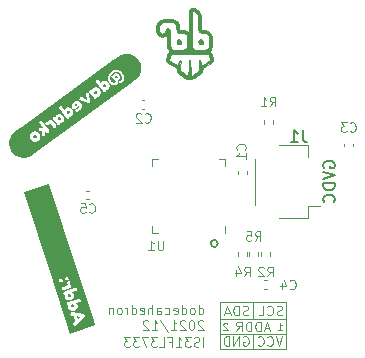
<source format=gbr>
%TF.GenerationSoftware,KiCad,Pcbnew,(5.1.9-0-10_14)*%
%TF.CreationDate,2021-12-14T09:11:42-05:00*%
%TF.ProjectId,dodecahedron_n4,646f6465-6361-4686-9564-726f6e5f6e34,rev?*%
%TF.SameCoordinates,Original*%
%TF.FileFunction,Legend,Bot*%
%TF.FilePolarity,Positive*%
%FSLAX46Y46*%
G04 Gerber Fmt 4.6, Leading zero omitted, Abs format (unit mm)*
G04 Created by KiCad (PCBNEW (5.1.9-0-10_14)) date 2021-12-14 09:11:42*
%MOMM*%
%LPD*%
G01*
G04 APERTURE LIST*
%ADD10C,0.120000*%
%ADD11C,0.100000*%
%ADD12C,0.150000*%
%ADD13C,0.010000*%
G04 APERTURE END LIST*
D10*
X85324533Y-63734904D02*
X85324533Y-62934904D01*
X84981676Y-63696809D02*
X84867390Y-63734904D01*
X84676914Y-63734904D01*
X84600723Y-63696809D01*
X84562628Y-63658714D01*
X84524533Y-63582523D01*
X84524533Y-63506333D01*
X84562628Y-63430142D01*
X84600723Y-63392047D01*
X84676914Y-63353952D01*
X84829295Y-63315857D01*
X84905485Y-63277761D01*
X84943580Y-63239666D01*
X84981676Y-63163476D01*
X84981676Y-63087285D01*
X84943580Y-63011095D01*
X84905485Y-62973000D01*
X84829295Y-62934904D01*
X84638819Y-62934904D01*
X84524533Y-62973000D01*
X84257866Y-62934904D02*
X83762628Y-62934904D01*
X84029295Y-63239666D01*
X83915009Y-63239666D01*
X83838819Y-63277761D01*
X83800723Y-63315857D01*
X83762628Y-63392047D01*
X83762628Y-63582523D01*
X83800723Y-63658714D01*
X83838819Y-63696809D01*
X83915009Y-63734904D01*
X84143580Y-63734904D01*
X84219771Y-63696809D01*
X84257866Y-63658714D01*
X83000723Y-63734904D02*
X83457866Y-63734904D01*
X83229295Y-63734904D02*
X83229295Y-62934904D01*
X83305485Y-63049190D01*
X83381676Y-63125380D01*
X83457866Y-63163476D01*
X82391200Y-63315857D02*
X82657866Y-63315857D01*
X82657866Y-63734904D02*
X82657866Y-62934904D01*
X82276914Y-62934904D01*
X81591200Y-63734904D02*
X81972152Y-63734904D01*
X81972152Y-62934904D01*
X81400723Y-62934904D02*
X80905485Y-62934904D01*
X81172152Y-63239666D01*
X81057866Y-63239666D01*
X80981676Y-63277761D01*
X80943580Y-63315857D01*
X80905485Y-63392047D01*
X80905485Y-63582523D01*
X80943580Y-63658714D01*
X80981676Y-63696809D01*
X81057866Y-63734904D01*
X81286438Y-63734904D01*
X81362628Y-63696809D01*
X81400723Y-63658714D01*
X80638819Y-62934904D02*
X80105485Y-62934904D01*
X80448342Y-63734904D01*
X79876914Y-62934904D02*
X79381676Y-62934904D01*
X79648342Y-63239666D01*
X79534057Y-63239666D01*
X79457866Y-63277761D01*
X79419771Y-63315857D01*
X79381676Y-63392047D01*
X79381676Y-63582523D01*
X79419771Y-63658714D01*
X79457866Y-63696809D01*
X79534057Y-63734904D01*
X79762628Y-63734904D01*
X79838819Y-63696809D01*
X79876914Y-63658714D01*
X79115009Y-62934904D02*
X78619771Y-62934904D01*
X78886438Y-63239666D01*
X78772152Y-63239666D01*
X78695961Y-63277761D01*
X78657866Y-63315857D01*
X78619771Y-63392047D01*
X78619771Y-63582523D01*
X78657866Y-63658714D01*
X78695961Y-63696809D01*
X78772152Y-63734904D01*
X79000723Y-63734904D01*
X79076914Y-63696809D01*
X79115009Y-63658714D01*
D11*
X87344228Y-61780771D02*
X87315657Y-61752200D01*
X87258514Y-61723628D01*
X87115657Y-61723628D01*
X87058514Y-61752200D01*
X87029942Y-61780771D01*
X87001371Y-61837914D01*
X87001371Y-61895057D01*
X87029942Y-61980771D01*
X87372800Y-62323628D01*
X87001371Y-62323628D01*
X91611471Y-62323628D02*
X91954328Y-62323628D01*
X91782900Y-62323628D02*
X91782900Y-61723628D01*
X91840042Y-61809342D01*
X91897185Y-61866485D01*
X91954328Y-61895057D01*
D10*
X84923166Y-60979404D02*
X84923166Y-60179404D01*
X84923166Y-60941309D02*
X84999357Y-60979404D01*
X85151738Y-60979404D01*
X85227928Y-60941309D01*
X85266023Y-60903214D01*
X85304119Y-60827023D01*
X85304119Y-60598452D01*
X85266023Y-60522261D01*
X85227928Y-60484166D01*
X85151738Y-60446071D01*
X84999357Y-60446071D01*
X84923166Y-60484166D01*
X84427928Y-60979404D02*
X84504119Y-60941309D01*
X84542214Y-60903214D01*
X84580309Y-60827023D01*
X84580309Y-60598452D01*
X84542214Y-60522261D01*
X84504119Y-60484166D01*
X84427928Y-60446071D01*
X84313642Y-60446071D01*
X84237452Y-60484166D01*
X84199357Y-60522261D01*
X84161261Y-60598452D01*
X84161261Y-60827023D01*
X84199357Y-60903214D01*
X84237452Y-60941309D01*
X84313642Y-60979404D01*
X84427928Y-60979404D01*
X83475547Y-60979404D02*
X83475547Y-60179404D01*
X83475547Y-60941309D02*
X83551738Y-60979404D01*
X83704119Y-60979404D01*
X83780309Y-60941309D01*
X83818404Y-60903214D01*
X83856500Y-60827023D01*
X83856500Y-60598452D01*
X83818404Y-60522261D01*
X83780309Y-60484166D01*
X83704119Y-60446071D01*
X83551738Y-60446071D01*
X83475547Y-60484166D01*
X82789833Y-60941309D02*
X82866023Y-60979404D01*
X83018404Y-60979404D01*
X83094595Y-60941309D01*
X83132690Y-60865119D01*
X83132690Y-60560357D01*
X83094595Y-60484166D01*
X83018404Y-60446071D01*
X82866023Y-60446071D01*
X82789833Y-60484166D01*
X82751738Y-60560357D01*
X82751738Y-60636547D01*
X83132690Y-60712738D01*
X82066023Y-60941309D02*
X82142214Y-60979404D01*
X82294595Y-60979404D01*
X82370785Y-60941309D01*
X82408880Y-60903214D01*
X82446976Y-60827023D01*
X82446976Y-60598452D01*
X82408880Y-60522261D01*
X82370785Y-60484166D01*
X82294595Y-60446071D01*
X82142214Y-60446071D01*
X82066023Y-60484166D01*
X81380309Y-60979404D02*
X81380309Y-60560357D01*
X81418404Y-60484166D01*
X81494595Y-60446071D01*
X81646976Y-60446071D01*
X81723166Y-60484166D01*
X81380309Y-60941309D02*
X81456500Y-60979404D01*
X81646976Y-60979404D01*
X81723166Y-60941309D01*
X81761261Y-60865119D01*
X81761261Y-60788928D01*
X81723166Y-60712738D01*
X81646976Y-60674642D01*
X81456500Y-60674642D01*
X81380309Y-60636547D01*
X80999357Y-60979404D02*
X80999357Y-60179404D01*
X80656500Y-60979404D02*
X80656500Y-60560357D01*
X80694595Y-60484166D01*
X80770785Y-60446071D01*
X80885071Y-60446071D01*
X80961261Y-60484166D01*
X80999357Y-60522261D01*
X79970785Y-60941309D02*
X80046976Y-60979404D01*
X80199357Y-60979404D01*
X80275547Y-60941309D01*
X80313642Y-60865119D01*
X80313642Y-60560357D01*
X80275547Y-60484166D01*
X80199357Y-60446071D01*
X80046976Y-60446071D01*
X79970785Y-60484166D01*
X79932690Y-60560357D01*
X79932690Y-60636547D01*
X80313642Y-60712738D01*
X79246976Y-60979404D02*
X79246976Y-60179404D01*
X79246976Y-60941309D02*
X79323166Y-60979404D01*
X79475547Y-60979404D01*
X79551738Y-60941309D01*
X79589833Y-60903214D01*
X79627928Y-60827023D01*
X79627928Y-60598452D01*
X79589833Y-60522261D01*
X79551738Y-60484166D01*
X79475547Y-60446071D01*
X79323166Y-60446071D01*
X79246976Y-60484166D01*
X78866023Y-60979404D02*
X78866023Y-60446071D01*
X78866023Y-60598452D02*
X78827928Y-60522261D01*
X78789833Y-60484166D01*
X78713642Y-60446071D01*
X78637452Y-60446071D01*
X78256500Y-60979404D02*
X78332690Y-60941309D01*
X78370785Y-60903214D01*
X78408880Y-60827023D01*
X78408880Y-60598452D01*
X78370785Y-60522261D01*
X78332690Y-60484166D01*
X78256500Y-60446071D01*
X78142214Y-60446071D01*
X78066023Y-60484166D01*
X78027928Y-60522261D01*
X77989833Y-60598452D01*
X77989833Y-60827023D01*
X78027928Y-60903214D01*
X78066023Y-60941309D01*
X78142214Y-60979404D01*
X78256500Y-60979404D01*
X77646976Y-60446071D02*
X77646976Y-60979404D01*
X77646976Y-60522261D02*
X77608880Y-60484166D01*
X77532690Y-60446071D01*
X77418404Y-60446071D01*
X77342214Y-60484166D01*
X77304119Y-60560357D01*
X77304119Y-60979404D01*
X85304119Y-61575595D02*
X85266023Y-61537500D01*
X85189833Y-61499404D01*
X84999357Y-61499404D01*
X84923166Y-61537500D01*
X84885071Y-61575595D01*
X84846976Y-61651785D01*
X84846976Y-61727976D01*
X84885071Y-61842261D01*
X85342214Y-62299404D01*
X84846976Y-62299404D01*
X84351738Y-61499404D02*
X84275547Y-61499404D01*
X84199357Y-61537500D01*
X84161261Y-61575595D01*
X84123166Y-61651785D01*
X84085071Y-61804166D01*
X84085071Y-61994642D01*
X84123166Y-62147023D01*
X84161261Y-62223214D01*
X84199357Y-62261309D01*
X84275547Y-62299404D01*
X84351738Y-62299404D01*
X84427928Y-62261309D01*
X84466023Y-62223214D01*
X84504119Y-62147023D01*
X84542214Y-61994642D01*
X84542214Y-61804166D01*
X84504119Y-61651785D01*
X84466023Y-61575595D01*
X84427928Y-61537500D01*
X84351738Y-61499404D01*
X83780309Y-61575595D02*
X83742214Y-61537500D01*
X83666023Y-61499404D01*
X83475547Y-61499404D01*
X83399357Y-61537500D01*
X83361261Y-61575595D01*
X83323166Y-61651785D01*
X83323166Y-61727976D01*
X83361261Y-61842261D01*
X83818404Y-62299404D01*
X83323166Y-62299404D01*
X82561261Y-62299404D02*
X83018404Y-62299404D01*
X82789833Y-62299404D02*
X82789833Y-61499404D01*
X82866023Y-61613690D01*
X82942214Y-61689880D01*
X83018404Y-61727976D01*
X81646976Y-61461309D02*
X82332690Y-62489880D01*
X80961261Y-62299404D02*
X81418404Y-62299404D01*
X81189833Y-62299404D02*
X81189833Y-61499404D01*
X81266023Y-61613690D01*
X81342214Y-61689880D01*
X81418404Y-61727976D01*
X80656500Y-61575595D02*
X80618404Y-61537500D01*
X80542214Y-61499404D01*
X80351738Y-61499404D01*
X80275547Y-61537500D01*
X80237452Y-61575595D01*
X80199357Y-61651785D01*
X80199357Y-61727976D01*
X80237452Y-61842261D01*
X80694595Y-62299404D01*
X80199357Y-62299404D01*
D12*
X95486600Y-48566533D02*
X95438980Y-48471295D01*
X95438980Y-48328438D01*
X95486600Y-48185580D01*
X95581838Y-48090342D01*
X95677076Y-48042723D01*
X95867552Y-47995104D01*
X96010409Y-47995104D01*
X96200885Y-48042723D01*
X96296123Y-48090342D01*
X96391361Y-48185580D01*
X96438980Y-48328438D01*
X96438980Y-48423676D01*
X96391361Y-48566533D01*
X96343742Y-48614152D01*
X96010409Y-48614152D01*
X96010409Y-48423676D01*
X95438980Y-48899866D02*
X96438980Y-49233200D01*
X95438980Y-49566533D01*
X96438980Y-49899866D02*
X95438980Y-49899866D01*
X95438980Y-50137961D01*
X95486600Y-50280819D01*
X95581838Y-50376057D01*
X95677076Y-50423676D01*
X95867552Y-50471295D01*
X96010409Y-50471295D01*
X96200885Y-50423676D01*
X96296123Y-50376057D01*
X96391361Y-50280819D01*
X96438980Y-50137961D01*
X96438980Y-49899866D01*
X96343742Y-51471295D02*
X96391361Y-51423676D01*
X96438980Y-51280819D01*
X96438980Y-51185580D01*
X96391361Y-51042723D01*
X96296123Y-50947485D01*
X96200885Y-50899866D01*
X96010409Y-50852247D01*
X95867552Y-50852247D01*
X95677076Y-50899866D01*
X95581838Y-50947485D01*
X95486600Y-51042723D01*
X95438980Y-51185580D01*
X95438980Y-51280819D01*
X95486600Y-51423676D01*
X95534219Y-51471295D01*
D10*
X89509600Y-61417200D02*
X89509600Y-59944000D01*
X89509600Y-63906400D02*
X89509600Y-62636400D01*
X86715600Y-62636400D02*
X92303600Y-62636400D01*
X86715600Y-61417200D02*
X92303600Y-61417200D01*
X86715600Y-63906400D02*
X86715600Y-59944000D01*
X92303600Y-63906400D02*
X86715600Y-63906400D01*
X92303600Y-59944000D02*
X92303600Y-63906400D01*
X86715600Y-59944000D02*
X92303600Y-59944000D01*
X91998666Y-62858704D02*
X91732000Y-63658704D01*
X91465333Y-62858704D01*
X90741523Y-63582514D02*
X90779619Y-63620609D01*
X90893904Y-63658704D01*
X90970095Y-63658704D01*
X91084380Y-63620609D01*
X91160571Y-63544419D01*
X91198666Y-63468228D01*
X91236761Y-63315847D01*
X91236761Y-63201561D01*
X91198666Y-63049180D01*
X91160571Y-62972990D01*
X91084380Y-62896800D01*
X90970095Y-62858704D01*
X90893904Y-62858704D01*
X90779619Y-62896800D01*
X90741523Y-62934895D01*
X89941523Y-63582514D02*
X89979619Y-63620609D01*
X90093904Y-63658704D01*
X90170095Y-63658704D01*
X90284380Y-63620609D01*
X90360571Y-63544419D01*
X90398666Y-63468228D01*
X90436761Y-63315847D01*
X90436761Y-63201561D01*
X90398666Y-63049180D01*
X90360571Y-62972990D01*
X90284380Y-62896800D01*
X90170095Y-62858704D01*
X90093904Y-62858704D01*
X89979619Y-62896800D01*
X89941523Y-62934895D01*
X88696723Y-62896800D02*
X88772914Y-62858704D01*
X88887200Y-62858704D01*
X89001485Y-62896800D01*
X89077676Y-62972990D01*
X89115771Y-63049180D01*
X89153866Y-63201561D01*
X89153866Y-63315847D01*
X89115771Y-63468228D01*
X89077676Y-63544419D01*
X89001485Y-63620609D01*
X88887200Y-63658704D01*
X88811009Y-63658704D01*
X88696723Y-63620609D01*
X88658628Y-63582514D01*
X88658628Y-63315847D01*
X88811009Y-63315847D01*
X88315771Y-63658704D02*
X88315771Y-62858704D01*
X87858628Y-63658704D01*
X87858628Y-62858704D01*
X87477676Y-63658704D02*
X87477676Y-62858704D01*
X87287200Y-62858704D01*
X87172914Y-62896800D01*
X87096723Y-62972990D01*
X87058628Y-63049180D01*
X87020533Y-63201561D01*
X87020533Y-63315847D01*
X87058628Y-63468228D01*
X87096723Y-63544419D01*
X87172914Y-63620609D01*
X87287200Y-63658704D01*
X87477676Y-63658704D01*
X90900076Y-62172833D02*
X90519123Y-62172833D01*
X90976266Y-62401404D02*
X90709600Y-61601404D01*
X90442933Y-62401404D01*
X90176266Y-62401404D02*
X90176266Y-61601404D01*
X89985790Y-61601404D01*
X89871504Y-61639500D01*
X89795314Y-61715690D01*
X89757219Y-61791880D01*
X89719123Y-61944261D01*
X89719123Y-62058547D01*
X89757219Y-62210928D01*
X89795314Y-62287119D01*
X89871504Y-62363309D01*
X89985790Y-62401404D01*
X90176266Y-62401404D01*
X89376266Y-62401404D02*
X89376266Y-61601404D01*
X89185790Y-61601404D01*
X89071504Y-61639500D01*
X88995314Y-61715690D01*
X88957219Y-61791880D01*
X88919123Y-61944261D01*
X88919123Y-62058547D01*
X88957219Y-62210928D01*
X88995314Y-62287119D01*
X89071504Y-62363309D01*
X89185790Y-62401404D01*
X89376266Y-62401404D01*
X88119123Y-62401404D02*
X88385790Y-62020452D01*
X88576266Y-62401404D02*
X88576266Y-61601404D01*
X88271504Y-61601404D01*
X88195314Y-61639500D01*
X88157219Y-61677595D01*
X88119123Y-61753785D01*
X88119123Y-61868071D01*
X88157219Y-61944261D01*
X88195314Y-61982357D01*
X88271504Y-62020452D01*
X88576266Y-62020452D01*
X91985980Y-61029809D02*
X91871695Y-61067904D01*
X91681219Y-61067904D01*
X91605028Y-61029809D01*
X91566933Y-60991714D01*
X91528838Y-60915523D01*
X91528838Y-60839333D01*
X91566933Y-60763142D01*
X91605028Y-60725047D01*
X91681219Y-60686952D01*
X91833600Y-60648857D01*
X91909790Y-60610761D01*
X91947885Y-60572666D01*
X91985980Y-60496476D01*
X91985980Y-60420285D01*
X91947885Y-60344095D01*
X91909790Y-60306000D01*
X91833600Y-60267904D01*
X91643123Y-60267904D01*
X91528838Y-60306000D01*
X90728838Y-60991714D02*
X90766933Y-61029809D01*
X90881219Y-61067904D01*
X90957409Y-61067904D01*
X91071695Y-61029809D01*
X91147885Y-60953619D01*
X91185980Y-60877428D01*
X91224076Y-60725047D01*
X91224076Y-60610761D01*
X91185980Y-60458380D01*
X91147885Y-60382190D01*
X91071695Y-60306000D01*
X90957409Y-60267904D01*
X90881219Y-60267904D01*
X90766933Y-60306000D01*
X90728838Y-60344095D01*
X90005028Y-61067904D02*
X90385980Y-61067904D01*
X90385980Y-60267904D01*
X89109428Y-61029809D02*
X88995142Y-61067904D01*
X88804666Y-61067904D01*
X88728476Y-61029809D01*
X88690380Y-60991714D01*
X88652285Y-60915523D01*
X88652285Y-60839333D01*
X88690380Y-60763142D01*
X88728476Y-60725047D01*
X88804666Y-60686952D01*
X88957047Y-60648857D01*
X89033238Y-60610761D01*
X89071333Y-60572666D01*
X89109428Y-60496476D01*
X89109428Y-60420285D01*
X89071333Y-60344095D01*
X89033238Y-60306000D01*
X88957047Y-60267904D01*
X88766571Y-60267904D01*
X88652285Y-60306000D01*
X88309428Y-61067904D02*
X88309428Y-60267904D01*
X88118952Y-60267904D01*
X88004666Y-60306000D01*
X87928476Y-60382190D01*
X87890380Y-60458380D01*
X87852285Y-60610761D01*
X87852285Y-60725047D01*
X87890380Y-60877428D01*
X87928476Y-60953619D01*
X88004666Y-61029809D01*
X88118952Y-61067904D01*
X88309428Y-61067904D01*
X87547523Y-60839333D02*
X87166571Y-60839333D01*
X87623714Y-61067904D02*
X87357047Y-60267904D01*
X87090380Y-61067904D01*
D12*
X86533000Y-54991000D02*
G75*
G03*
X86533000Y-54991000I-300000J0D01*
G01*
D10*
%TO.C,R2*%
X90931000Y-56073021D02*
X90931000Y-55737779D01*
X90171000Y-56073021D02*
X90171000Y-55737779D01*
D11*
%TO.C,kibuzzard-61B81B90*%
G36*
X74850660Y-61208670D02*
G01*
X74676194Y-61375525D01*
X74610949Y-61174721D01*
X74850660Y-61208670D01*
G37*
G36*
X73896762Y-59495544D02*
G01*
X73825093Y-59413672D01*
X73835687Y-59307575D01*
X73913501Y-59241396D01*
X74016373Y-59247197D01*
X74089798Y-59329333D01*
X74079675Y-59439451D01*
X74000105Y-59505365D01*
X73896762Y-59495544D01*
G37*
G36*
X74190120Y-60398406D02*
G01*
X74118450Y-60316534D01*
X74129045Y-60210437D01*
X74206859Y-60144258D01*
X74309731Y-60150059D01*
X74383156Y-60232195D01*
X74373033Y-60342313D01*
X74293463Y-60408227D01*
X74190120Y-60398406D01*
G37*
G36*
X76019491Y-61441490D02*
G01*
X75291031Y-61063916D01*
X75248348Y-60999332D01*
X75173276Y-60968641D01*
X74674699Y-60275547D01*
X74659636Y-60184091D01*
X74608509Y-60090954D01*
X74527731Y-60034992D01*
X74844789Y-59931973D01*
X74896142Y-59912784D01*
X74930982Y-59886442D01*
X74948932Y-59836376D01*
X74933217Y-59757187D01*
X74899385Y-59683885D01*
X74854680Y-59654178D01*
X74810254Y-59653589D01*
X74757430Y-59668249D01*
X74366278Y-59281230D01*
X74315151Y-59188093D01*
X74234373Y-59132130D01*
X74551432Y-59029112D01*
X74602784Y-59009923D01*
X74637624Y-58983580D01*
X74655574Y-58933514D01*
X74639860Y-58854325D01*
X74606027Y-58781023D01*
X74561322Y-58751316D01*
X74516897Y-58750727D01*
X74464073Y-58765388D01*
X74143109Y-58589250D01*
X74110513Y-58518467D01*
X74071592Y-58487297D01*
X74016372Y-58486879D01*
X74034925Y-58456646D01*
X74055822Y-58382254D01*
X74054753Y-58291631D01*
X74031601Y-58233219D01*
X74001598Y-58184547D01*
X73955195Y-58147045D01*
X73878857Y-58150983D01*
X73782491Y-58214008D01*
X73752100Y-58315689D01*
X73781103Y-58363853D01*
X73814521Y-58425605D01*
X73810608Y-58511171D01*
X73752685Y-58569217D01*
X73435626Y-58672236D01*
X73384274Y-58691425D01*
X73348925Y-58718767D01*
X73242542Y-58282829D01*
X73315705Y-58267194D01*
X73384845Y-58235966D01*
X73417129Y-58199186D01*
X73406777Y-58074857D01*
X73342505Y-57977227D01*
X73292113Y-57969188D01*
X73218949Y-57984823D01*
X73166578Y-58006013D01*
X73130210Y-58035356D01*
X73110310Y-58085847D01*
X73123463Y-58163573D01*
X73155474Y-58237049D01*
X73192149Y-58274791D01*
X73242542Y-58282829D01*
X73348925Y-58718767D01*
X73332729Y-58769099D01*
X73347934Y-58849287D01*
X73407449Y-58945124D01*
X73481202Y-58951206D01*
X73524985Y-58936980D01*
X74054926Y-58764791D01*
X74106279Y-58745602D01*
X74140609Y-58720260D01*
X74158183Y-58670316D01*
X74143109Y-58589250D01*
X74464073Y-58765388D01*
X73562721Y-59058254D01*
X73511369Y-59077443D01*
X73477529Y-59104296D01*
X73460998Y-59157448D01*
X73478217Y-59245120D01*
X73523264Y-59320829D01*
X73590216Y-59338091D01*
X73560514Y-59431619D01*
X73575142Y-59538286D01*
X73616872Y-59621911D01*
X73683196Y-59691610D01*
X73774113Y-59747384D01*
X73877656Y-59782364D01*
X73981854Y-59789681D01*
X74086709Y-59769336D01*
X74183554Y-59724052D01*
X74263721Y-59656552D01*
X74327211Y-59566837D01*
X74368320Y-59467888D01*
X74381342Y-59372685D01*
X74366278Y-59281230D01*
X74757430Y-59668249D01*
X73856079Y-59961116D01*
X73804726Y-59980305D01*
X73770887Y-60007157D01*
X73754356Y-60060310D01*
X73771574Y-60147981D01*
X73816622Y-60223690D01*
X73883574Y-60240953D01*
X73853872Y-60334481D01*
X73868499Y-60441147D01*
X73910230Y-60524773D01*
X73976554Y-60594472D01*
X74067471Y-60650246D01*
X74171014Y-60685225D01*
X74275212Y-60692542D01*
X74380067Y-60672198D01*
X74476911Y-60626914D01*
X74557078Y-60559414D01*
X74620568Y-60469699D01*
X74661677Y-60370749D01*
X74674699Y-60275547D01*
X75173276Y-60968641D01*
X74198354Y-60834730D01*
X74113015Y-60834081D01*
X74068418Y-60872776D01*
X74043330Y-60953537D01*
X74043910Y-61042651D01*
X74073195Y-61086550D01*
X74110712Y-61104406D01*
X74163610Y-61113090D01*
X74352178Y-61138619D01*
X74488064Y-61556834D01*
X74350515Y-61688325D01*
X74314334Y-61725954D01*
X74295233Y-61762206D01*
X74296588Y-61815180D01*
X74348500Y-61887614D01*
X74415134Y-61938573D01*
X74473580Y-61943786D01*
X74542240Y-61893101D01*
X75253767Y-61211228D01*
X75293196Y-61142500D01*
X75291031Y-61063916D01*
X76019491Y-61441490D01*
X76177903Y-61929030D01*
X74020648Y-62629964D01*
X73862236Y-62142424D01*
X72578920Y-58192781D01*
X70126097Y-50643770D01*
X73700577Y-57828333D01*
X73648205Y-57849523D01*
X73611836Y-57878866D01*
X73591937Y-57929357D01*
X73605090Y-58007083D01*
X73637101Y-58080559D01*
X73673776Y-58118301D01*
X73724168Y-58126339D01*
X73797332Y-58110704D01*
X73866473Y-58079476D01*
X73898755Y-58042696D01*
X73888404Y-57918367D01*
X73823377Y-57820982D01*
X73700577Y-57828333D01*
X70126097Y-50643770D01*
X72283352Y-49942836D01*
X74736175Y-57491847D01*
X76019491Y-61441490D01*
G37*
%TO.C,kibuzzard-61B81406*%
G36*
X77860043Y-40943047D02*
G01*
X77854444Y-40935341D01*
X77835276Y-40869795D01*
X77873530Y-40807663D01*
X77953373Y-40787918D01*
X78024435Y-40823609D01*
X78030967Y-40832598D01*
X78047276Y-40898259D01*
X78008731Y-40958640D01*
X77930814Y-40976986D01*
X77860043Y-40943047D01*
G37*
G36*
X74522120Y-43346604D02*
G01*
X74443457Y-43340964D01*
X74431407Y-43277116D01*
X74482560Y-43212480D01*
X74590125Y-43186328D01*
X74683944Y-43229032D01*
X74522120Y-43346604D01*
G37*
G36*
X73225865Y-44355106D02*
G01*
X73247993Y-44455784D01*
X73191808Y-44548604D01*
X73087629Y-44571314D01*
X73000643Y-44517758D01*
X72974371Y-44418129D01*
X73029156Y-44323382D01*
X73137480Y-44299624D01*
X73225865Y-44355106D01*
G37*
G36*
X74010057Y-43903092D02*
G01*
X73954340Y-43996554D01*
X73850160Y-44019264D01*
X73763175Y-43965708D01*
X73736903Y-43866079D01*
X73792330Y-43770866D01*
X73900186Y-43746466D01*
X73987463Y-43801772D01*
X74010057Y-43903092D01*
G37*
G36*
X76314641Y-42110978D02*
G01*
X76336769Y-42211657D01*
X76280584Y-42304476D01*
X76176405Y-42327186D01*
X76089420Y-42273631D01*
X76063148Y-42174002D01*
X76117932Y-42079255D01*
X76226255Y-42055497D01*
X76314641Y-42110978D01*
G37*
G36*
X77098834Y-41658964D02*
G01*
X77043116Y-41752427D01*
X76938937Y-41775136D01*
X76851951Y-41721581D01*
X76825679Y-41621952D01*
X76881106Y-41526738D01*
X76988963Y-41502338D01*
X77076240Y-41557644D01*
X77098834Y-41658964D01*
G37*
G36*
X71208140Y-45961371D02*
G01*
X71147520Y-46053488D01*
X71039428Y-46082966D01*
X70978714Y-46066246D01*
X70927995Y-46018719D01*
X70898058Y-45956583D01*
X70899692Y-45896037D01*
X70963346Y-45802696D01*
X71072724Y-45772285D01*
X71131394Y-45790244D01*
X71181121Y-45837756D01*
X71210503Y-45899805D01*
X71208140Y-45961371D01*
G37*
G36*
X77694506Y-39470126D02*
G01*
X77766271Y-40301275D01*
X77669066Y-40342137D01*
X77578728Y-40397851D01*
X77497502Y-40462206D01*
X77427635Y-40528993D01*
X77369127Y-40598210D01*
X76832244Y-41236068D01*
X76749920Y-41278656D01*
X76677140Y-41356061D01*
X76648880Y-41450179D01*
X76452927Y-41180473D01*
X76418807Y-41137564D01*
X76382988Y-41112570D01*
X76329825Y-41110969D01*
X76259368Y-41150385D01*
X76200109Y-41205212D01*
X76185670Y-41256911D01*
X76198838Y-41299343D01*
X76229104Y-41345052D01*
X75988322Y-41831990D01*
X75919892Y-41905254D01*
X75890798Y-41970542D01*
X75886809Y-42013667D01*
X75818400Y-41980954D01*
X75733094Y-42015461D01*
X75664203Y-42077287D01*
X75649764Y-42128985D01*
X75662931Y-42171417D01*
X75693198Y-42217126D01*
X75638865Y-42344903D01*
X75614163Y-42256888D01*
X75565041Y-42224389D01*
X75484860Y-42219360D01*
X75387273Y-42247092D01*
X75355561Y-42296622D01*
X75359317Y-42373365D01*
X75426216Y-42819249D01*
X75022827Y-42617840D01*
X74975975Y-42597918D01*
X74937636Y-42592413D01*
X74888607Y-42611356D01*
X74837566Y-42689647D01*
X74817336Y-42767137D01*
X74832366Y-42822934D01*
X74909374Y-42874909D01*
X74871643Y-43009484D01*
X74774078Y-42948570D01*
X74663725Y-42918969D01*
X74549025Y-42919997D01*
X74438423Y-42950971D01*
X74331917Y-43011891D01*
X74254313Y-43080292D01*
X74200018Y-43155796D01*
X74169035Y-43238401D01*
X74161362Y-43328108D01*
X74179350Y-43421737D01*
X74223603Y-43505603D01*
X74283317Y-43567199D01*
X74347688Y-43594016D01*
X74461906Y-43568919D01*
X74766288Y-43347772D01*
X74767762Y-43438927D01*
X74700726Y-43524914D01*
X74631463Y-43569349D01*
X74572657Y-43594415D01*
X74554796Y-43599542D01*
X74493159Y-43622739D01*
X74464513Y-43731854D01*
X74490739Y-43803063D01*
X74544170Y-43840649D01*
X74621413Y-43839103D01*
X74722472Y-43798425D01*
X74847345Y-43718614D01*
X74931137Y-43645227D01*
X74992438Y-43563161D01*
X75030455Y-43477408D01*
X75044399Y-43392957D01*
X75036992Y-43288233D01*
X75007665Y-43191151D01*
X74956418Y-43101709D01*
X74871643Y-43009484D01*
X74909374Y-42874909D01*
X75506480Y-43137687D01*
X75576038Y-43147000D01*
X75644502Y-43123748D01*
X75687362Y-43072005D01*
X75702619Y-43018731D01*
X75703914Y-42996206D01*
X75638865Y-42344903D01*
X75693198Y-42217126D01*
X76019786Y-42666636D01*
X76053904Y-42709546D01*
X76089549Y-42735648D01*
X76138729Y-42738181D01*
X76201785Y-42705123D01*
X76282943Y-42619668D01*
X76273698Y-42548875D01*
X76374202Y-42553854D01*
X76481766Y-42501705D01*
X76545854Y-42437918D01*
X76589992Y-42354176D01*
X76614183Y-42250479D01*
X76615194Y-42140839D01*
X76589799Y-42039265D01*
X76537997Y-41945758D01*
X76465054Y-41867718D01*
X76376241Y-41812547D01*
X76271556Y-41780245D01*
X76165005Y-41772083D01*
X76070594Y-41789330D01*
X75988322Y-41831990D01*
X76229104Y-41345052D01*
X76786171Y-42111788D01*
X76820289Y-42154697D01*
X76856285Y-42178582D01*
X76911944Y-42177879D01*
X76990003Y-42134411D01*
X77048086Y-42068173D01*
X77043816Y-41999163D01*
X77141944Y-41998511D01*
X77238869Y-41951637D01*
X77305506Y-41886107D01*
X77351299Y-41801491D01*
X77376247Y-41697788D01*
X77377519Y-41588505D01*
X77352279Y-41487145D01*
X77300528Y-41393709D01*
X77227534Y-41315598D01*
X77138564Y-41260212D01*
X77033621Y-41227554D01*
X76926811Y-41219034D01*
X76832244Y-41236068D01*
X77369127Y-40598210D01*
X77301103Y-40707481D01*
X77255514Y-40824000D01*
X77236649Y-40947592D01*
X77248799Y-41078085D01*
X77273235Y-41164985D01*
X77309669Y-41247093D01*
X77358102Y-41324407D01*
X77441156Y-41422517D01*
X77527026Y-41492091D01*
X77613403Y-41536032D01*
X77697982Y-41557242D01*
X77806267Y-41559238D01*
X77903774Y-41536797D01*
X77990503Y-41489920D01*
X78058873Y-41420623D01*
X78094453Y-41335905D01*
X78092747Y-41244429D01*
X78049254Y-41154859D01*
X78024291Y-41125901D01*
X78099894Y-41123953D01*
X78174756Y-41087223D01*
X78233685Y-41020125D01*
X78261494Y-40927073D01*
X78254349Y-40825075D01*
X78208423Y-40731141D01*
X78146491Y-40665705D01*
X78071425Y-40621805D01*
X77983225Y-40599436D01*
X77856866Y-40600733D01*
X77762089Y-40639423D01*
X77704475Y-40700904D01*
X77689605Y-40770576D01*
X77636100Y-40749600D01*
X77564656Y-40780905D01*
X77515374Y-40837312D01*
X77521716Y-40879799D01*
X77551811Y-40915821D01*
X77834354Y-41212880D01*
X77892798Y-41274417D01*
X77898563Y-41302606D01*
X77872580Y-41330314D01*
X77829034Y-41354103D01*
X77769328Y-41365104D01*
X77694694Y-41355556D01*
X77607763Y-41308828D01*
X77529021Y-41224755D01*
X77469018Y-41124615D01*
X77438310Y-41029681D01*
X77433479Y-40939983D01*
X77451114Y-40855548D01*
X77503096Y-40750192D01*
X77578638Y-40654755D01*
X77677737Y-40569237D01*
X77789244Y-40504247D01*
X77902007Y-40470395D01*
X78016027Y-40467681D01*
X78124630Y-40496373D01*
X78221144Y-40556742D01*
X78305569Y-40648786D01*
X78369744Y-40755870D01*
X78405506Y-40861360D01*
X78412855Y-40965253D01*
X78388446Y-41064748D01*
X78328935Y-41157041D01*
X78234323Y-41242133D01*
X78209921Y-41259862D01*
X78177627Y-41305892D01*
X78205083Y-41369339D01*
X78252386Y-41422292D01*
X78289556Y-41431589D01*
X78352246Y-41401739D01*
X78452998Y-41315233D01*
X78529215Y-41219938D01*
X78580897Y-41115856D01*
X78608043Y-41002987D01*
X78610390Y-40885692D01*
X78587671Y-40768336D01*
X78539889Y-40650915D01*
X78467042Y-40533432D01*
X78385931Y-40439198D01*
X78294383Y-40365409D01*
X78192400Y-40312067D01*
X78085147Y-40279231D01*
X77977794Y-40266964D01*
X77870341Y-40275264D01*
X77766271Y-40301275D01*
X77694506Y-39470126D01*
X78109232Y-39168810D01*
X78210329Y-39102686D01*
X78317421Y-39046788D01*
X78429476Y-39001657D01*
X78545415Y-38967727D01*
X78664122Y-38945324D01*
X78784452Y-38934665D01*
X78905248Y-38935850D01*
X79025347Y-38948870D01*
X79143591Y-38973599D01*
X79258841Y-39009800D01*
X79369989Y-39057122D01*
X79475962Y-39115112D01*
X79575741Y-39183208D01*
X79668366Y-39260757D01*
X79752943Y-39347011D01*
X79828659Y-39441141D01*
X79894784Y-39542239D01*
X79950681Y-39649330D01*
X79995811Y-39761385D01*
X80029742Y-39877324D01*
X80052145Y-39996030D01*
X80062805Y-40116361D01*
X80061620Y-40237157D01*
X80048599Y-40357256D01*
X80023869Y-40475500D01*
X79987669Y-40590750D01*
X79940347Y-40701897D01*
X79882358Y-40807872D01*
X79814262Y-40907651D01*
X79736712Y-41000275D01*
X79650457Y-41084852D01*
X79556329Y-41160568D01*
X79141602Y-41461884D01*
X71371500Y-47107194D01*
X71601133Y-45812221D01*
X71612380Y-45845256D01*
X71712846Y-45899811D01*
X71829096Y-45897766D01*
X71880379Y-45803600D01*
X71886690Y-45785279D01*
X71899878Y-45724433D01*
X71915824Y-45633622D01*
X71932179Y-45542023D01*
X71946595Y-45478814D01*
X72018444Y-45577705D01*
X72052563Y-45620615D01*
X72089491Y-45645785D01*
X72140758Y-45646801D01*
X72212645Y-45607328D01*
X72271524Y-45551303D01*
X72286342Y-45500802D01*
X72272532Y-45458836D01*
X72242266Y-45413128D01*
X71683333Y-44643823D01*
X71649215Y-44600913D01*
X71613571Y-44574811D01*
X71560641Y-44573531D01*
X71488200Y-44612917D01*
X71416730Y-44698202D01*
X71434669Y-44771508D01*
X71459512Y-44808401D01*
X71755307Y-45215529D01*
X71637724Y-45200884D01*
X71520140Y-45186238D01*
X71497263Y-45187161D01*
X71395010Y-45208471D01*
X71358953Y-45314139D01*
X71376465Y-45426020D01*
X71474373Y-45460847D01*
X71679901Y-45476352D01*
X71611730Y-45741730D01*
X71601133Y-45812221D01*
X71371500Y-47107194D01*
X70836368Y-47495990D01*
X70702538Y-46186448D01*
X70789476Y-46277075D01*
X70895397Y-46335761D01*
X71008817Y-46363243D01*
X71118254Y-46360261D01*
X71220028Y-46331204D01*
X71310463Y-46280461D01*
X71386362Y-46209374D01*
X71444530Y-46119283D01*
X71480338Y-46014285D01*
X71489162Y-45898479D01*
X71466998Y-45781884D01*
X71409844Y-45674522D01*
X71327563Y-45586480D01*
X71230017Y-45527842D01*
X71117206Y-45498609D01*
X71001425Y-45497698D01*
X70894968Y-45524025D01*
X70797835Y-45577589D01*
X70716967Y-45653241D01*
X70659304Y-45745827D01*
X70624847Y-45855347D01*
X70618243Y-45970795D01*
X70644140Y-46081162D01*
X70702538Y-46186448D01*
X70836368Y-47495990D01*
X70735271Y-47562114D01*
X70628179Y-47618012D01*
X70516124Y-47663143D01*
X70400185Y-47697073D01*
X70281478Y-47719476D01*
X70161148Y-47730135D01*
X70040352Y-47728950D01*
X69920253Y-47715930D01*
X69802010Y-47691200D01*
X69686759Y-47655000D01*
X69575611Y-47607678D01*
X69469638Y-47549688D01*
X69369859Y-47481592D01*
X69277234Y-47404043D01*
X69192657Y-47317789D01*
X69116941Y-47223659D01*
X69050816Y-47122561D01*
X68994919Y-47015470D01*
X68949789Y-46903415D01*
X68915858Y-46787476D01*
X68893455Y-46668770D01*
X68882795Y-46548439D01*
X68883981Y-46427642D01*
X68897001Y-46307544D01*
X68921731Y-46189300D01*
X73140328Y-43589179D01*
X73697395Y-44355915D01*
X73526418Y-44384967D01*
X73501023Y-44283393D01*
X73449220Y-44189885D01*
X73376277Y-44111846D01*
X73287464Y-44056675D01*
X73182779Y-44024372D01*
X73076229Y-44016210D01*
X72981817Y-44033458D01*
X72899545Y-44076117D01*
X72831115Y-44149382D01*
X72802022Y-44214669D01*
X72798033Y-44257794D01*
X72729624Y-44225081D01*
X72644317Y-44259588D01*
X72575426Y-44321414D01*
X72560987Y-44373113D01*
X72574155Y-44415544D01*
X72604422Y-44461253D01*
X72828265Y-44985412D01*
X72500744Y-44534618D01*
X72466624Y-44491709D01*
X72431914Y-44466890D01*
X72378984Y-44465610D01*
X72306543Y-44504996D01*
X72249298Y-44557870D01*
X72231681Y-44604519D01*
X72248346Y-44657165D01*
X72213861Y-44648862D01*
X72136652Y-44651976D01*
X72050794Y-44680998D01*
X72002396Y-44721066D01*
X71965377Y-44764641D01*
X71944049Y-44820363D01*
X71971386Y-44891747D01*
X72061105Y-44963920D01*
X72167201Y-44961403D01*
X72204044Y-44918937D01*
X72252448Y-44868072D01*
X72335034Y-44845352D01*
X72408139Y-44882502D01*
X72604092Y-45152208D01*
X72638210Y-45195117D01*
X72675139Y-45220287D01*
X72728011Y-45220137D01*
X72799576Y-45180897D01*
X72872331Y-45094678D01*
X72855325Y-45022657D01*
X72828265Y-44985412D01*
X72604422Y-44461253D01*
X72931010Y-44910763D01*
X72965128Y-44953673D01*
X73000773Y-44979776D01*
X73049952Y-44982308D01*
X73113009Y-44949250D01*
X73194167Y-44863795D01*
X73184922Y-44793002D01*
X73285426Y-44797981D01*
X73392989Y-44745832D01*
X73457077Y-44682045D01*
X73501216Y-44598304D01*
X73525406Y-44494607D01*
X73526418Y-44384967D01*
X73697395Y-44355915D01*
X73731513Y-44398824D01*
X73767508Y-44422710D01*
X73823167Y-44422007D01*
X73901227Y-44378538D01*
X73959309Y-44312301D01*
X73955039Y-44243291D01*
X74053168Y-44242638D01*
X74150093Y-44195764D01*
X74216729Y-44130234D01*
X74262523Y-44045618D01*
X74287472Y-43941915D01*
X74288742Y-43832632D01*
X74263503Y-43731272D01*
X74211752Y-43637836D01*
X74138758Y-43559725D01*
X74049788Y-43504339D01*
X73944845Y-43471681D01*
X73838035Y-43463162D01*
X73743468Y-43480195D01*
X73661144Y-43522783D01*
X73588363Y-43600189D01*
X73560103Y-43694307D01*
X73364150Y-43424601D01*
X73330031Y-43381691D01*
X73294211Y-43356697D01*
X73241049Y-43355096D01*
X73170592Y-43394512D01*
X73111333Y-43449340D01*
X73096894Y-43501039D01*
X73110062Y-43543470D01*
X73140328Y-43589179D01*
X68921731Y-46189300D01*
X68957931Y-46074050D01*
X69005253Y-45962903D01*
X69063242Y-45856928D01*
X69131338Y-45757149D01*
X69208888Y-45664525D01*
X69295143Y-45579948D01*
X69389271Y-45504232D01*
X69924403Y-45115436D01*
X77694506Y-39470126D01*
G37*
D10*
%TO.C,U1*%
X87184000Y-53550500D02*
X87184000Y-54100500D01*
X80964000Y-47880500D02*
X81514000Y-47880500D01*
X80964000Y-48430500D02*
X80964000Y-47880500D01*
X80964000Y-54100500D02*
X81514000Y-54100500D01*
X80964000Y-53550500D02*
X80964000Y-54100500D01*
X87184000Y-47880500D02*
X86634000Y-47880500D01*
X87184000Y-48430500D02*
X87184000Y-47880500D01*
D13*
%TO.C,U3*%
G36*
X83129839Y-37719951D02*
G01*
X83084864Y-37751263D01*
X83066996Y-37832344D01*
X83061916Y-37894683D01*
X83048899Y-38074600D01*
X83397302Y-38074600D01*
X83384284Y-37894683D01*
X83371854Y-37781893D01*
X83342315Y-37730031D01*
X83274488Y-37715458D01*
X83223100Y-37714767D01*
X83129839Y-37719951D01*
G37*
X83129839Y-37719951D02*
X83084864Y-37751263D01*
X83066996Y-37832344D01*
X83061916Y-37894683D01*
X83048899Y-38074600D01*
X83397302Y-38074600D01*
X83384284Y-37894683D01*
X83371854Y-37781893D01*
X83342315Y-37730031D01*
X83274488Y-37715458D01*
X83223100Y-37714767D01*
X83129839Y-37719951D01*
G36*
X84956278Y-37742252D02*
G01*
X84887759Y-37822526D01*
X84887477Y-37952316D01*
X84889840Y-37962214D01*
X84919379Y-38035342D01*
X84977132Y-38067504D01*
X85089007Y-38074600D01*
X85259968Y-38074600D01*
X85246951Y-37894683D01*
X85234400Y-37781853D01*
X85204915Y-37729979D01*
X85137930Y-37715432D01*
X85090381Y-37714767D01*
X84956278Y-37742252D01*
G37*
X84956278Y-37742252D02*
X84887759Y-37822526D01*
X84887477Y-37952316D01*
X84889840Y-37962214D01*
X84919379Y-38035342D01*
X84977132Y-38067504D01*
X85089007Y-38074600D01*
X85259968Y-38074600D01*
X85246951Y-37894683D01*
X85234400Y-37781853D01*
X85204915Y-37729979D01*
X85137930Y-37715432D01*
X85090381Y-37714767D01*
X84956278Y-37742252D01*
G36*
X84206186Y-35134834D02*
G01*
X84176463Y-35157969D01*
X84153767Y-35187530D01*
X84137152Y-35234249D01*
X84125669Y-35308861D01*
X84118371Y-35422099D01*
X84114310Y-35584697D01*
X84112539Y-35807389D01*
X84112109Y-36100908D01*
X84112100Y-36200546D01*
X84112100Y-37200358D01*
X84016850Y-37113603D01*
X83876594Y-37007496D01*
X83729292Y-36950971D01*
X83540763Y-36931967D01*
X83501050Y-36931600D01*
X83265433Y-36931600D01*
X83265433Y-36718247D01*
X83232553Y-36465539D01*
X83135448Y-36264209D01*
X82976417Y-36118283D01*
X82899361Y-36077812D01*
X82799899Y-36039686D01*
X82695795Y-36016129D01*
X82565351Y-36004863D01*
X82386866Y-36003609D01*
X82227652Y-36007294D01*
X81984198Y-36018723D01*
X81806409Y-36041180D01*
X81675368Y-36081876D01*
X81572161Y-36148025D01*
X81477872Y-36246839D01*
X81426733Y-36312657D01*
X81369768Y-36438154D01*
X81332982Y-36616787D01*
X81317951Y-36819093D01*
X81326254Y-37015610D01*
X81359466Y-37176876D01*
X81378108Y-37221181D01*
X81496885Y-37366406D01*
X81660843Y-37453717D01*
X81849036Y-37478076D01*
X82040518Y-37434440D01*
X82111850Y-37397730D01*
X82249433Y-37313844D01*
X82249433Y-37822582D01*
X82255753Y-38110564D01*
X82276543Y-38327350D01*
X82314556Y-38485594D01*
X82372542Y-38597953D01*
X82431510Y-38660318D01*
X82471588Y-38705369D01*
X82456486Y-38750649D01*
X82397543Y-38808485D01*
X82328553Y-38902780D01*
X82264630Y-39044336D01*
X82213039Y-39207061D01*
X82181045Y-39364865D01*
X82175912Y-39491658D01*
X82191797Y-39547370D01*
X82245645Y-39601318D01*
X82352209Y-39687087D01*
X82492563Y-39791376D01*
X82647781Y-39900884D01*
X82798939Y-40002309D01*
X82927110Y-40082351D01*
X83013369Y-40127709D01*
X83022017Y-40130859D01*
X83076196Y-40179412D01*
X83095736Y-40288856D01*
X83096100Y-40313740D01*
X83101222Y-40395785D01*
X83123714Y-40466134D01*
X83174267Y-40536429D01*
X83263572Y-40618315D01*
X83402319Y-40723434D01*
X83600156Y-40862706D01*
X83757176Y-40968394D01*
X83871684Y-41033054D01*
X83968800Y-41066594D01*
X84073643Y-41078925D01*
X84151614Y-41080267D01*
X84269451Y-41076363D01*
X84365527Y-41058301D01*
X84463297Y-41016556D01*
X84586221Y-40941601D01*
X84722731Y-40848332D01*
X84916939Y-40711681D01*
X85051775Y-40610709D01*
X85138096Y-40533806D01*
X85186761Y-40469361D01*
X85208626Y-40405765D01*
X85214551Y-40331409D01*
X85214693Y-40322289D01*
X85220045Y-40248568D01*
X85243080Y-40190041D01*
X85297533Y-40132182D01*
X85397141Y-40060464D01*
X85555639Y-39960361D01*
X85558754Y-39958433D01*
X85791121Y-39810821D01*
X85957172Y-39695216D01*
X86065569Y-39604300D01*
X86124974Y-39530751D01*
X86144049Y-39467250D01*
X86144100Y-39463769D01*
X86137066Y-39410166D01*
X85875621Y-39410166D01*
X85848913Y-39461707D01*
X85780235Y-39525143D01*
X85657529Y-39612844D01*
X85563041Y-39675646D01*
X85413021Y-39771092D01*
X85287196Y-39845527D01*
X85203700Y-39888495D01*
X85182785Y-39894933D01*
X85147610Y-39857466D01*
X85107831Y-39761513D01*
X85085767Y-39683267D01*
X85042642Y-39549789D01*
X84995192Y-39478983D01*
X84975711Y-39471600D01*
X84941753Y-39488962D01*
X84923525Y-39548315D01*
X84920577Y-39660557D01*
X84932461Y-39836589D01*
X84952598Y-40032934D01*
X84965137Y-40183460D01*
X84967263Y-40301449D01*
X84958705Y-40360700D01*
X84909222Y-40409536D01*
X84810767Y-40487524D01*
X84683485Y-40580622D01*
X84547521Y-40674789D01*
X84423019Y-40755984D01*
X84330127Y-40810165D01*
X84293092Y-40824636D01*
X84271669Y-40800824D01*
X84255246Y-40722511D01*
X84243056Y-40581663D01*
X84234332Y-40370247D01*
X84229592Y-40160053D01*
X84224170Y-39905817D01*
X84217240Y-39724114D01*
X84207338Y-39602807D01*
X84193003Y-39529762D01*
X84172772Y-39492845D01*
X84147694Y-39480356D01*
X84120708Y-39483184D01*
X84100956Y-39511475D01*
X84086882Y-39577010D01*
X84076932Y-39691573D01*
X84069550Y-39866947D01*
X84063183Y-40114916D01*
X84063028Y-40121952D01*
X84056252Y-40349472D01*
X84047044Y-40546532D01*
X84036380Y-40697856D01*
X84025237Y-40788167D01*
X84019279Y-40806276D01*
X83974634Y-40795893D01*
X83877924Y-40744415D01*
X83745215Y-40661009D01*
X83647287Y-40594035D01*
X83473964Y-40465698D01*
X83368697Y-40371845D01*
X83325213Y-40306416D01*
X83324672Y-40282491D01*
X83336953Y-40209970D01*
X83352355Y-40077196D01*
X83368188Y-39908383D01*
X83373587Y-39842017D01*
X83385667Y-39662250D01*
X83386729Y-39551114D01*
X83375255Y-39493103D01*
X83349726Y-39472716D01*
X83337304Y-39471600D01*
X83281161Y-39510382D01*
X83242237Y-39609183D01*
X83208205Y-39761004D01*
X83175577Y-39853481D01*
X83129509Y-39889487D01*
X83055153Y-39871901D01*
X82937666Y-39803597D01*
X82779352Y-39698856D01*
X82628749Y-39594801D01*
X82509007Y-39504781D01*
X82435140Y-39440520D01*
X82418767Y-39417240D01*
X82432572Y-39333152D01*
X82466327Y-39209850D01*
X82508543Y-39083800D01*
X82547730Y-38991468D01*
X82558362Y-38974183D01*
X82589109Y-38959548D01*
X82661352Y-38947650D01*
X82781652Y-38938269D01*
X82956569Y-38931183D01*
X83192661Y-38926171D01*
X83496489Y-38923014D01*
X83874612Y-38921489D01*
X84130359Y-38921267D01*
X84545944Y-38921422D01*
X84884949Y-38922595D01*
X85155460Y-38925849D01*
X85365563Y-38932247D01*
X85523345Y-38942852D01*
X85636892Y-38958725D01*
X85714290Y-38980929D01*
X85763626Y-39010527D01*
X85792986Y-39048582D01*
X85810456Y-39096156D01*
X85821694Y-39143517D01*
X85851149Y-39270627D01*
X85872412Y-39358146D01*
X85875621Y-39410166D01*
X86137066Y-39410166D01*
X86126063Y-39326318D01*
X86079585Y-39158420D01*
X86016119Y-38991954D01*
X85947118Y-38858798D01*
X85908976Y-38809294D01*
X85849882Y-38731318D01*
X85853906Y-38684669D01*
X85854908Y-38684020D01*
X85932455Y-38592819D01*
X85993555Y-38437318D01*
X86036735Y-38236546D01*
X86060522Y-38009534D01*
X86062377Y-37860845D01*
X85805433Y-37860845D01*
X85799276Y-38133177D01*
X85773394Y-38332551D01*
X85716673Y-38469759D01*
X85617997Y-38555593D01*
X85466252Y-38600843D01*
X85250323Y-38616302D01*
X85029099Y-38614595D01*
X84825949Y-38608802D01*
X84689132Y-38600041D01*
X84600324Y-38584079D01*
X84541201Y-38556683D01*
X84493439Y-38513617D01*
X84468182Y-38484989D01*
X84366100Y-38366212D01*
X84366100Y-37877041D01*
X83942767Y-37877041D01*
X83937712Y-38142490D01*
X83915050Y-38336721D01*
X83863534Y-38470402D01*
X83771918Y-38554203D01*
X83628954Y-38598793D01*
X83423396Y-38614842D01*
X83166432Y-38613508D01*
X82963333Y-38608212D01*
X82826575Y-38599816D01*
X82737840Y-38584124D01*
X82678811Y-38556938D01*
X82631168Y-38514061D01*
X82605515Y-38484989D01*
X82567781Y-38437682D01*
X82540713Y-38387909D01*
X82522541Y-38321499D01*
X82511496Y-38224282D01*
X82505811Y-38082089D01*
X82503715Y-37880749D01*
X82503433Y-37667289D01*
X82501020Y-37427533D01*
X82494349Y-37213579D01*
X82484273Y-37041495D01*
X82471643Y-36927347D01*
X82462276Y-36891464D01*
X82379096Y-36800311D01*
X82280518Y-36780426D01*
X82186352Y-36826081D01*
X82116411Y-36931545D01*
X82098162Y-36996761D01*
X82041279Y-37136600D01*
X81931873Y-37211482D01*
X81810740Y-37227933D01*
X81698122Y-37207683D01*
X81624948Y-37139495D01*
X81585022Y-37012216D01*
X81572148Y-36814690D01*
X81572100Y-36798320D01*
X81575339Y-36636905D01*
X81590451Y-36532579D01*
X81625531Y-36457847D01*
X81688674Y-36385217D01*
X81695844Y-36378010D01*
X81753146Y-36323879D01*
X81808023Y-36288405D01*
X81879244Y-36267647D01*
X81985578Y-36257664D01*
X82145798Y-36254515D01*
X82285262Y-36254267D01*
X82492647Y-36255615D01*
X82634479Y-36261915D01*
X82729857Y-36276546D01*
X82797882Y-36302888D01*
X82857653Y-36344322D01*
X82874970Y-36358633D01*
X82942336Y-36424964D01*
X82984008Y-36500762D01*
X83009621Y-36611818D01*
X83027175Y-36766121D01*
X83043516Y-36919337D01*
X83060083Y-37038090D01*
X83073486Y-37098364D01*
X83074309Y-37099923D01*
X83122626Y-37117643D01*
X83233608Y-37136988D01*
X83385414Y-37154343D01*
X83422769Y-37157588D01*
X83598003Y-37175603D01*
X83711957Y-37199627D01*
X83788005Y-37237129D01*
X83847517Y-37293280D01*
X83889431Y-37348375D01*
X83916922Y-37411461D01*
X83932977Y-37500844D01*
X83940584Y-37634832D01*
X83942730Y-37831733D01*
X83942767Y-37877041D01*
X84366100Y-37877041D01*
X84366100Y-36844573D01*
X84366180Y-36445947D01*
X84366741Y-36123835D01*
X84368262Y-35870082D01*
X84371225Y-35676536D01*
X84376109Y-35535044D01*
X84383395Y-35437451D01*
X84393564Y-35375605D01*
X84407095Y-35341351D01*
X84424469Y-35326538D01*
X84446166Y-35323010D01*
X84455747Y-35322933D01*
X84534867Y-35351611D01*
X84640935Y-35425162D01*
X84709747Y-35487286D01*
X84874100Y-35651639D01*
X84874100Y-36288864D01*
X84876619Y-36520662D01*
X84883548Y-36729130D01*
X84893948Y-36896373D01*
X84906878Y-37004496D01*
X84912940Y-37028244D01*
X84941881Y-37082127D01*
X84991799Y-37116073D01*
X85082989Y-37137513D01*
X85235744Y-37153875D01*
X85262190Y-37156100D01*
X85429588Y-37173558D01*
X85538510Y-37198273D01*
X85615114Y-37239759D01*
X85685560Y-37307534D01*
X85689017Y-37311368D01*
X85742488Y-37375975D01*
X85776466Y-37439654D01*
X85795350Y-37523160D01*
X85803536Y-37647248D01*
X85805422Y-37832674D01*
X85805433Y-37860845D01*
X86062377Y-37860845D01*
X86063445Y-37775313D01*
X86044029Y-37552913D01*
X86000804Y-37361364D01*
X85964183Y-37271785D01*
X85833651Y-37093274D01*
X85656610Y-36981810D01*
X85426990Y-36934027D01*
X85351011Y-36931600D01*
X85128100Y-36931600D01*
X85128100Y-36320522D01*
X85125610Y-36040904D01*
X85115755Y-35830101D01*
X85094956Y-35672345D01*
X85059634Y-35551870D01*
X85006211Y-35452908D01*
X84931107Y-35359692D01*
X84903254Y-35329905D01*
X84714041Y-35169568D01*
X84527768Y-35083467D01*
X84352251Y-35073791D01*
X84206186Y-35134834D01*
G37*
X84206186Y-35134834D02*
X84176463Y-35157969D01*
X84153767Y-35187530D01*
X84137152Y-35234249D01*
X84125669Y-35308861D01*
X84118371Y-35422099D01*
X84114310Y-35584697D01*
X84112539Y-35807389D01*
X84112109Y-36100908D01*
X84112100Y-36200546D01*
X84112100Y-37200358D01*
X84016850Y-37113603D01*
X83876594Y-37007496D01*
X83729292Y-36950971D01*
X83540763Y-36931967D01*
X83501050Y-36931600D01*
X83265433Y-36931600D01*
X83265433Y-36718247D01*
X83232553Y-36465539D01*
X83135448Y-36264209D01*
X82976417Y-36118283D01*
X82899361Y-36077812D01*
X82799899Y-36039686D01*
X82695795Y-36016129D01*
X82565351Y-36004863D01*
X82386866Y-36003609D01*
X82227652Y-36007294D01*
X81984198Y-36018723D01*
X81806409Y-36041180D01*
X81675368Y-36081876D01*
X81572161Y-36148025D01*
X81477872Y-36246839D01*
X81426733Y-36312657D01*
X81369768Y-36438154D01*
X81332982Y-36616787D01*
X81317951Y-36819093D01*
X81326254Y-37015610D01*
X81359466Y-37176876D01*
X81378108Y-37221181D01*
X81496885Y-37366406D01*
X81660843Y-37453717D01*
X81849036Y-37478076D01*
X82040518Y-37434440D01*
X82111850Y-37397730D01*
X82249433Y-37313844D01*
X82249433Y-37822582D01*
X82255753Y-38110564D01*
X82276543Y-38327350D01*
X82314556Y-38485594D01*
X82372542Y-38597953D01*
X82431510Y-38660318D01*
X82471588Y-38705369D01*
X82456486Y-38750649D01*
X82397543Y-38808485D01*
X82328553Y-38902780D01*
X82264630Y-39044336D01*
X82213039Y-39207061D01*
X82181045Y-39364865D01*
X82175912Y-39491658D01*
X82191797Y-39547370D01*
X82245645Y-39601318D01*
X82352209Y-39687087D01*
X82492563Y-39791376D01*
X82647781Y-39900884D01*
X82798939Y-40002309D01*
X82927110Y-40082351D01*
X83013369Y-40127709D01*
X83022017Y-40130859D01*
X83076196Y-40179412D01*
X83095736Y-40288856D01*
X83096100Y-40313740D01*
X83101222Y-40395785D01*
X83123714Y-40466134D01*
X83174267Y-40536429D01*
X83263572Y-40618315D01*
X83402319Y-40723434D01*
X83600156Y-40862706D01*
X83757176Y-40968394D01*
X83871684Y-41033054D01*
X83968800Y-41066594D01*
X84073643Y-41078925D01*
X84151614Y-41080267D01*
X84269451Y-41076363D01*
X84365527Y-41058301D01*
X84463297Y-41016556D01*
X84586221Y-40941601D01*
X84722731Y-40848332D01*
X84916939Y-40711681D01*
X85051775Y-40610709D01*
X85138096Y-40533806D01*
X85186761Y-40469361D01*
X85208626Y-40405765D01*
X85214551Y-40331409D01*
X85214693Y-40322289D01*
X85220045Y-40248568D01*
X85243080Y-40190041D01*
X85297533Y-40132182D01*
X85397141Y-40060464D01*
X85555639Y-39960361D01*
X85558754Y-39958433D01*
X85791121Y-39810821D01*
X85957172Y-39695216D01*
X86065569Y-39604300D01*
X86124974Y-39530751D01*
X86144049Y-39467250D01*
X86144100Y-39463769D01*
X86137066Y-39410166D01*
X85875621Y-39410166D01*
X85848913Y-39461707D01*
X85780235Y-39525143D01*
X85657529Y-39612844D01*
X85563041Y-39675646D01*
X85413021Y-39771092D01*
X85287196Y-39845527D01*
X85203700Y-39888495D01*
X85182785Y-39894933D01*
X85147610Y-39857466D01*
X85107831Y-39761513D01*
X85085767Y-39683267D01*
X85042642Y-39549789D01*
X84995192Y-39478983D01*
X84975711Y-39471600D01*
X84941753Y-39488962D01*
X84923525Y-39548315D01*
X84920577Y-39660557D01*
X84932461Y-39836589D01*
X84952598Y-40032934D01*
X84965137Y-40183460D01*
X84967263Y-40301449D01*
X84958705Y-40360700D01*
X84909222Y-40409536D01*
X84810767Y-40487524D01*
X84683485Y-40580622D01*
X84547521Y-40674789D01*
X84423019Y-40755984D01*
X84330127Y-40810165D01*
X84293092Y-40824636D01*
X84271669Y-40800824D01*
X84255246Y-40722511D01*
X84243056Y-40581663D01*
X84234332Y-40370247D01*
X84229592Y-40160053D01*
X84224170Y-39905817D01*
X84217240Y-39724114D01*
X84207338Y-39602807D01*
X84193003Y-39529762D01*
X84172772Y-39492845D01*
X84147694Y-39480356D01*
X84120708Y-39483184D01*
X84100956Y-39511475D01*
X84086882Y-39577010D01*
X84076932Y-39691573D01*
X84069550Y-39866947D01*
X84063183Y-40114916D01*
X84063028Y-40121952D01*
X84056252Y-40349472D01*
X84047044Y-40546532D01*
X84036380Y-40697856D01*
X84025237Y-40788167D01*
X84019279Y-40806276D01*
X83974634Y-40795893D01*
X83877924Y-40744415D01*
X83745215Y-40661009D01*
X83647287Y-40594035D01*
X83473964Y-40465698D01*
X83368697Y-40371845D01*
X83325213Y-40306416D01*
X83324672Y-40282491D01*
X83336953Y-40209970D01*
X83352355Y-40077196D01*
X83368188Y-39908383D01*
X83373587Y-39842017D01*
X83385667Y-39662250D01*
X83386729Y-39551114D01*
X83375255Y-39493103D01*
X83349726Y-39472716D01*
X83337304Y-39471600D01*
X83281161Y-39510382D01*
X83242237Y-39609183D01*
X83208205Y-39761004D01*
X83175577Y-39853481D01*
X83129509Y-39889487D01*
X83055153Y-39871901D01*
X82937666Y-39803597D01*
X82779352Y-39698856D01*
X82628749Y-39594801D01*
X82509007Y-39504781D01*
X82435140Y-39440520D01*
X82418767Y-39417240D01*
X82432572Y-39333152D01*
X82466327Y-39209850D01*
X82508543Y-39083800D01*
X82547730Y-38991468D01*
X82558362Y-38974183D01*
X82589109Y-38959548D01*
X82661352Y-38947650D01*
X82781652Y-38938269D01*
X82956569Y-38931183D01*
X83192661Y-38926171D01*
X83496489Y-38923014D01*
X83874612Y-38921489D01*
X84130359Y-38921267D01*
X84545944Y-38921422D01*
X84884949Y-38922595D01*
X85155460Y-38925849D01*
X85365563Y-38932247D01*
X85523345Y-38942852D01*
X85636892Y-38958725D01*
X85714290Y-38980929D01*
X85763626Y-39010527D01*
X85792986Y-39048582D01*
X85810456Y-39096156D01*
X85821694Y-39143517D01*
X85851149Y-39270627D01*
X85872412Y-39358146D01*
X85875621Y-39410166D01*
X86137066Y-39410166D01*
X86126063Y-39326318D01*
X86079585Y-39158420D01*
X86016119Y-38991954D01*
X85947118Y-38858798D01*
X85908976Y-38809294D01*
X85849882Y-38731318D01*
X85853906Y-38684669D01*
X85854908Y-38684020D01*
X85932455Y-38592819D01*
X85993555Y-38437318D01*
X86036735Y-38236546D01*
X86060522Y-38009534D01*
X86062377Y-37860845D01*
X85805433Y-37860845D01*
X85799276Y-38133177D01*
X85773394Y-38332551D01*
X85716673Y-38469759D01*
X85617997Y-38555593D01*
X85466252Y-38600843D01*
X85250323Y-38616302D01*
X85029099Y-38614595D01*
X84825949Y-38608802D01*
X84689132Y-38600041D01*
X84600324Y-38584079D01*
X84541201Y-38556683D01*
X84493439Y-38513617D01*
X84468182Y-38484989D01*
X84366100Y-38366212D01*
X84366100Y-37877041D01*
X83942767Y-37877041D01*
X83937712Y-38142490D01*
X83915050Y-38336721D01*
X83863534Y-38470402D01*
X83771918Y-38554203D01*
X83628954Y-38598793D01*
X83423396Y-38614842D01*
X83166432Y-38613508D01*
X82963333Y-38608212D01*
X82826575Y-38599816D01*
X82737840Y-38584124D01*
X82678811Y-38556938D01*
X82631168Y-38514061D01*
X82605515Y-38484989D01*
X82567781Y-38437682D01*
X82540713Y-38387909D01*
X82522541Y-38321499D01*
X82511496Y-38224282D01*
X82505811Y-38082089D01*
X82503715Y-37880749D01*
X82503433Y-37667289D01*
X82501020Y-37427533D01*
X82494349Y-37213579D01*
X82484273Y-37041495D01*
X82471643Y-36927347D01*
X82462276Y-36891464D01*
X82379096Y-36800311D01*
X82280518Y-36780426D01*
X82186352Y-36826081D01*
X82116411Y-36931545D01*
X82098162Y-36996761D01*
X82041279Y-37136600D01*
X81931873Y-37211482D01*
X81810740Y-37227933D01*
X81698122Y-37207683D01*
X81624948Y-37139495D01*
X81585022Y-37012216D01*
X81572148Y-36814690D01*
X81572100Y-36798320D01*
X81575339Y-36636905D01*
X81590451Y-36532579D01*
X81625531Y-36457847D01*
X81688674Y-36385217D01*
X81695844Y-36378010D01*
X81753146Y-36323879D01*
X81808023Y-36288405D01*
X81879244Y-36267647D01*
X81985578Y-36257664D01*
X82145798Y-36254515D01*
X82285262Y-36254267D01*
X82492647Y-36255615D01*
X82634479Y-36261915D01*
X82729857Y-36276546D01*
X82797882Y-36302888D01*
X82857653Y-36344322D01*
X82874970Y-36358633D01*
X82942336Y-36424964D01*
X82984008Y-36500762D01*
X83009621Y-36611818D01*
X83027175Y-36766121D01*
X83043516Y-36919337D01*
X83060083Y-37038090D01*
X83073486Y-37098364D01*
X83074309Y-37099923D01*
X83122626Y-37117643D01*
X83233608Y-37136988D01*
X83385414Y-37154343D01*
X83422769Y-37157588D01*
X83598003Y-37175603D01*
X83711957Y-37199627D01*
X83788005Y-37237129D01*
X83847517Y-37293280D01*
X83889431Y-37348375D01*
X83916922Y-37411461D01*
X83932977Y-37500844D01*
X83940584Y-37634832D01*
X83942730Y-37831733D01*
X83942767Y-37877041D01*
X84366100Y-37877041D01*
X84366100Y-36844573D01*
X84366180Y-36445947D01*
X84366741Y-36123835D01*
X84368262Y-35870082D01*
X84371225Y-35676536D01*
X84376109Y-35535044D01*
X84383395Y-35437451D01*
X84393564Y-35375605D01*
X84407095Y-35341351D01*
X84424469Y-35326538D01*
X84446166Y-35323010D01*
X84455747Y-35322933D01*
X84534867Y-35351611D01*
X84640935Y-35425162D01*
X84709747Y-35487286D01*
X84874100Y-35651639D01*
X84874100Y-36288864D01*
X84876619Y-36520662D01*
X84883548Y-36729130D01*
X84893948Y-36896373D01*
X84906878Y-37004496D01*
X84912940Y-37028244D01*
X84941881Y-37082127D01*
X84991799Y-37116073D01*
X85082989Y-37137513D01*
X85235744Y-37153875D01*
X85262190Y-37156100D01*
X85429588Y-37173558D01*
X85538510Y-37198273D01*
X85615114Y-37239759D01*
X85685560Y-37307534D01*
X85689017Y-37311368D01*
X85742488Y-37375975D01*
X85776466Y-37439654D01*
X85795350Y-37523160D01*
X85803536Y-37647248D01*
X85805422Y-37832674D01*
X85805433Y-37860845D01*
X86062377Y-37860845D01*
X86063445Y-37775313D01*
X86044029Y-37552913D01*
X86000804Y-37361364D01*
X85964183Y-37271785D01*
X85833651Y-37093274D01*
X85656610Y-36981810D01*
X85426990Y-36934027D01*
X85351011Y-36931600D01*
X85128100Y-36931600D01*
X85128100Y-36320522D01*
X85125610Y-36040904D01*
X85115755Y-35830101D01*
X85094956Y-35672345D01*
X85059634Y-35551870D01*
X85006211Y-35452908D01*
X84931107Y-35359692D01*
X84903254Y-35329905D01*
X84714041Y-35169568D01*
X84527768Y-35083467D01*
X84352251Y-35073791D01*
X84206186Y-35134834D01*
D10*
%TO.C,R5*%
X89205800Y-56047621D02*
X89205800Y-55712379D01*
X89965800Y-56047621D02*
X89965800Y-55712379D01*
%TO.C,R4*%
X88253300Y-56047621D02*
X88253300Y-55712379D01*
X89013300Y-56047621D02*
X89013300Y-55712379D01*
%TO.C,R1*%
X91197700Y-44523679D02*
X91197700Y-44858921D01*
X90437700Y-44523679D02*
X90437700Y-44858921D01*
%TO.C,C5*%
X75398365Y-50516200D02*
X75630035Y-50516200D01*
X75398365Y-51236200D02*
X75630035Y-51236200D01*
%TO.C,C4*%
X90485965Y-58110800D02*
X90717635Y-58110800D01*
X90485965Y-58830800D02*
X90717635Y-58830800D01*
%TO.C,C3*%
X97972200Y-46543965D02*
X97972200Y-46775635D01*
X97252200Y-46543965D02*
X97252200Y-46775635D01*
%TO.C,C2*%
X80097365Y-42870800D02*
X80329035Y-42870800D01*
X80097365Y-43590800D02*
X80329035Y-43590800D01*
%TO.C,C1*%
X89006000Y-48855365D02*
X89006000Y-49087035D01*
X88286000Y-48855365D02*
X88286000Y-49087035D01*
%TO.C,J1*%
X89720200Y-51698600D02*
X89720200Y-47818600D01*
X94190200Y-46648600D02*
X94190200Y-47698600D01*
X91690200Y-46648600D02*
X94190200Y-46648600D01*
X94190200Y-51818600D02*
X95180200Y-51818600D01*
X94190200Y-52868600D02*
X94190200Y-51818600D01*
X91690200Y-52868600D02*
X94190200Y-52868600D01*
%TO.C,R2*%
X90735133Y-57778604D02*
X91001800Y-57397652D01*
X91192276Y-57778604D02*
X91192276Y-56978604D01*
X90887514Y-56978604D01*
X90811323Y-57016700D01*
X90773228Y-57054795D01*
X90735133Y-57130985D01*
X90735133Y-57245271D01*
X90773228Y-57321461D01*
X90811323Y-57359557D01*
X90887514Y-57397652D01*
X91192276Y-57397652D01*
X90430371Y-57054795D02*
X90392276Y-57016700D01*
X90316085Y-56978604D01*
X90125609Y-56978604D01*
X90049419Y-57016700D01*
X90011323Y-57054795D01*
X89973228Y-57130985D01*
X89973228Y-57207176D01*
X90011323Y-57321461D01*
X90468466Y-57778604D01*
X89973228Y-57778604D01*
%TO.C,U1*%
X81914923Y-54756104D02*
X81914923Y-55403723D01*
X81876828Y-55479914D01*
X81838733Y-55518009D01*
X81762542Y-55556104D01*
X81610161Y-55556104D01*
X81533971Y-55518009D01*
X81495876Y-55479914D01*
X81457780Y-55403723D01*
X81457780Y-54756104D01*
X80657780Y-55556104D02*
X81114923Y-55556104D01*
X80886352Y-55556104D02*
X80886352Y-54756104D01*
X80962542Y-54870390D01*
X81038733Y-54946580D01*
X81114923Y-54984676D01*
%TO.C,R5*%
X89693733Y-54768704D02*
X89960400Y-54387752D01*
X90150876Y-54768704D02*
X90150876Y-53968704D01*
X89846114Y-53968704D01*
X89769923Y-54006800D01*
X89731828Y-54044895D01*
X89693733Y-54121085D01*
X89693733Y-54235371D01*
X89731828Y-54311561D01*
X89769923Y-54349657D01*
X89846114Y-54387752D01*
X90150876Y-54387752D01*
X88969923Y-53968704D02*
X89350876Y-53968704D01*
X89388971Y-54349657D01*
X89350876Y-54311561D01*
X89274685Y-54273466D01*
X89084209Y-54273466D01*
X89008019Y-54311561D01*
X88969923Y-54349657D01*
X88931828Y-54425847D01*
X88931828Y-54616323D01*
X88969923Y-54692514D01*
X89008019Y-54730609D01*
X89084209Y-54768704D01*
X89274685Y-54768704D01*
X89350876Y-54730609D01*
X89388971Y-54692514D01*
%TO.C,R4*%
X88766633Y-57765904D02*
X89033300Y-57384952D01*
X89223776Y-57765904D02*
X89223776Y-56965904D01*
X88919014Y-56965904D01*
X88842823Y-57004000D01*
X88804728Y-57042095D01*
X88766633Y-57118285D01*
X88766633Y-57232571D01*
X88804728Y-57308761D01*
X88842823Y-57346857D01*
X88919014Y-57384952D01*
X89223776Y-57384952D01*
X88080919Y-57232571D02*
X88080919Y-57765904D01*
X88271395Y-56927809D02*
X88461871Y-57499238D01*
X87966633Y-57499238D01*
%TO.C,R1*%
X90951033Y-43376804D02*
X91217700Y-42995852D01*
X91408176Y-43376804D02*
X91408176Y-42576804D01*
X91103414Y-42576804D01*
X91027223Y-42614900D01*
X90989128Y-42652995D01*
X90951033Y-42729185D01*
X90951033Y-42843471D01*
X90989128Y-42919661D01*
X91027223Y-42957757D01*
X91103414Y-42995852D01*
X91408176Y-42995852D01*
X90189128Y-43376804D02*
X90646271Y-43376804D01*
X90417700Y-43376804D02*
X90417700Y-42576804D01*
X90493890Y-42691090D01*
X90570080Y-42767280D01*
X90646271Y-42805376D01*
%TO.C,C5*%
X75647533Y-52321914D02*
X75685628Y-52360009D01*
X75799914Y-52398104D01*
X75876104Y-52398104D01*
X75990390Y-52360009D01*
X76066580Y-52283819D01*
X76104676Y-52207628D01*
X76142771Y-52055247D01*
X76142771Y-51940961D01*
X76104676Y-51788580D01*
X76066580Y-51712390D01*
X75990390Y-51636200D01*
X75876104Y-51598104D01*
X75799914Y-51598104D01*
X75685628Y-51636200D01*
X75647533Y-51674295D01*
X74923723Y-51598104D02*
X75304676Y-51598104D01*
X75342771Y-51979057D01*
X75304676Y-51940961D01*
X75228485Y-51902866D01*
X75038009Y-51902866D01*
X74961819Y-51940961D01*
X74923723Y-51979057D01*
X74885628Y-52055247D01*
X74885628Y-52245723D01*
X74923723Y-52321914D01*
X74961819Y-52360009D01*
X75038009Y-52398104D01*
X75228485Y-52398104D01*
X75304676Y-52360009D01*
X75342771Y-52321914D01*
%TO.C,C4*%
X92640133Y-58807314D02*
X92678228Y-58845409D01*
X92792514Y-58883504D01*
X92868704Y-58883504D01*
X92982990Y-58845409D01*
X93059180Y-58769219D01*
X93097276Y-58693028D01*
X93135371Y-58540647D01*
X93135371Y-58426361D01*
X93097276Y-58273980D01*
X93059180Y-58197790D01*
X92982990Y-58121600D01*
X92868704Y-58083504D01*
X92792514Y-58083504D01*
X92678228Y-58121600D01*
X92640133Y-58159695D01*
X91954419Y-58350171D02*
X91954419Y-58883504D01*
X92144895Y-58045409D02*
X92335371Y-58616838D01*
X91840133Y-58616838D01*
%TO.C,C3*%
X97720133Y-45472314D02*
X97758228Y-45510409D01*
X97872514Y-45548504D01*
X97948704Y-45548504D01*
X98062990Y-45510409D01*
X98139180Y-45434219D01*
X98177276Y-45358028D01*
X98215371Y-45205647D01*
X98215371Y-45091361D01*
X98177276Y-44938980D01*
X98139180Y-44862790D01*
X98062990Y-44786600D01*
X97948704Y-44748504D01*
X97872514Y-44748504D01*
X97758228Y-44786600D01*
X97720133Y-44824695D01*
X97453466Y-44748504D02*
X96958228Y-44748504D01*
X97224895Y-45053266D01*
X97110609Y-45053266D01*
X97034419Y-45091361D01*
X96996323Y-45129457D01*
X96958228Y-45205647D01*
X96958228Y-45396123D01*
X96996323Y-45472314D01*
X97034419Y-45510409D01*
X97110609Y-45548504D01*
X97339180Y-45548504D01*
X97415371Y-45510409D01*
X97453466Y-45472314D01*
%TO.C,C2*%
X80346533Y-44676514D02*
X80384628Y-44714609D01*
X80498914Y-44752704D01*
X80575104Y-44752704D01*
X80689390Y-44714609D01*
X80765580Y-44638419D01*
X80803676Y-44562228D01*
X80841771Y-44409847D01*
X80841771Y-44295561D01*
X80803676Y-44143180D01*
X80765580Y-44066990D01*
X80689390Y-43990800D01*
X80575104Y-43952704D01*
X80498914Y-43952704D01*
X80384628Y-43990800D01*
X80346533Y-44028895D01*
X80041771Y-44028895D02*
X80003676Y-43990800D01*
X79927485Y-43952704D01*
X79737009Y-43952704D01*
X79660819Y-43990800D01*
X79622723Y-44028895D01*
X79584628Y-44105085D01*
X79584628Y-44181276D01*
X79622723Y-44295561D01*
X80079866Y-44752704D01*
X79584628Y-44752704D01*
%TO.C,C1*%
X88842814Y-47059866D02*
X88880909Y-47021771D01*
X88919004Y-46907485D01*
X88919004Y-46831295D01*
X88880909Y-46717009D01*
X88804719Y-46640819D01*
X88728528Y-46602723D01*
X88576147Y-46564628D01*
X88461861Y-46564628D01*
X88309480Y-46602723D01*
X88233290Y-46640819D01*
X88157100Y-46717009D01*
X88119004Y-46831295D01*
X88119004Y-46907485D01*
X88157100Y-47021771D01*
X88195195Y-47059866D01*
X88919004Y-47821771D02*
X88919004Y-47364628D01*
X88919004Y-47593200D02*
X88119004Y-47593200D01*
X88233290Y-47517009D01*
X88309480Y-47440819D01*
X88347576Y-47364628D01*
%TO.C,J1*%
D12*
X93741833Y-45413680D02*
X93741833Y-46127966D01*
X93789452Y-46270823D01*
X93884690Y-46366061D01*
X94027547Y-46413680D01*
X94122785Y-46413680D01*
X92741833Y-46413680D02*
X93313261Y-46413680D01*
X93027547Y-46413680D02*
X93027547Y-45413680D01*
X93122785Y-45556538D01*
X93218023Y-45651776D01*
X93313261Y-45699395D01*
%TD*%
M02*

</source>
